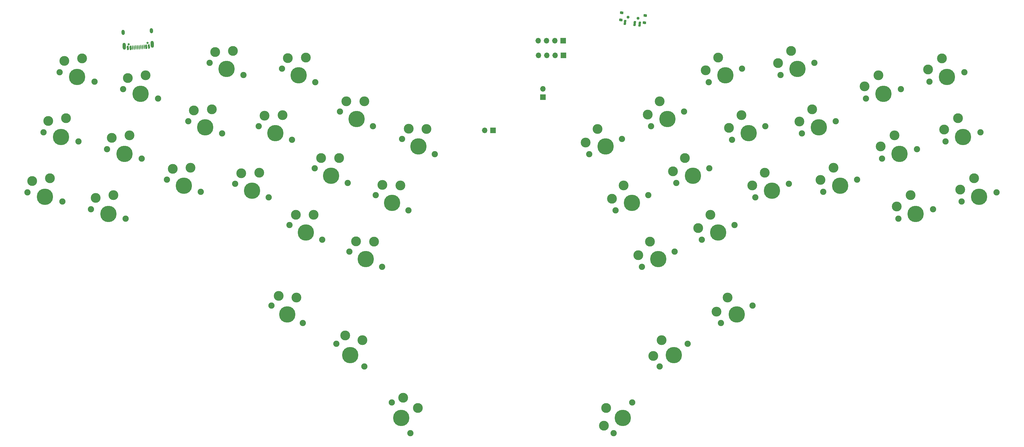
<source format=gbr>
%TF.GenerationSoftware,KiCad,Pcbnew,7.0.10*%
%TF.CreationDate,2024-03-12T01:25:21-07:00*%
%TF.ProjectId,keyboard,6b657962-6f61-4726-942e-6b696361645f,rev?*%
%TF.SameCoordinates,Original*%
%TF.FileFunction,Soldermask,Bot*%
%TF.FilePolarity,Negative*%
%FSLAX46Y46*%
G04 Gerber Fmt 4.6, Leading zero omitted, Abs format (unit mm)*
G04 Created by KiCad (PCBNEW 7.0.10) date 2024-03-12 01:25:21*
%MOMM*%
%LPD*%
G01*
G04 APERTURE LIST*
G04 Aperture macros list*
%AMRoundRect*
0 Rectangle with rounded corners*
0 $1 Rounding radius*
0 $2 $3 $4 $5 $6 $7 $8 $9 X,Y pos of 4 corners*
0 Add a 4 corners polygon primitive as box body*
4,1,4,$2,$3,$4,$5,$6,$7,$8,$9,$2,$3,0*
0 Add four circle primitives for the rounded corners*
1,1,$1+$1,$2,$3*
1,1,$1+$1,$4,$5*
1,1,$1+$1,$6,$7*
1,1,$1+$1,$8,$9*
0 Add four rect primitives between the rounded corners*
20,1,$1+$1,$2,$3,$4,$5,0*
20,1,$1+$1,$4,$5,$6,$7,0*
20,1,$1+$1,$6,$7,$8,$9,0*
20,1,$1+$1,$8,$9,$2,$3,0*%
%AMHorizOval*
0 Thick line with rounded ends*
0 $1 width*
0 $2 $3 position (X,Y) of the first rounded end (center of the circle)*
0 $4 $5 position (X,Y) of the second rounded end (center of the circle)*
0 Add line between two ends*
20,1,$1,$2,$3,$4,$5,0*
0 Add two circle primitives to create the rounded ends*
1,1,$1,$2,$3*
1,1,$1,$4,$5*%
%AMRotRect*
0 Rectangle, with rotation*
0 The origin of the aperture is its center*
0 $1 length*
0 $2 width*
0 $3 Rotation angle, in degrees counterclockwise*
0 Add horizontal line*
21,1,$1,$2,0,0,$3*%
G04 Aperture macros list end*
%ADD10R,1.700000X1.700000*%
%ADD11O,1.700000X1.700000*%
%ADD12C,1.900000*%
%ADD13C,5.000000*%
%ADD14C,3.000000*%
%ADD15C,0.650000*%
%ADD16RoundRect,0.150000X-0.116533X-0.508842X0.182807X-0.488960X0.116533X0.508842X-0.182807X0.488960X0*%
%ADD17RoundRect,0.075000X-0.036728X-0.578706X0.112943X-0.568765X0.036728X0.578706X-0.112943X0.568765X0*%
%ADD18HorizOval,1.000000X-0.019882X0.299340X0.019882X-0.299340X0*%
%ADD19HorizOval,1.000000X-0.036451X0.548791X0.036451X-0.548791X0*%
%ADD20RotRect,1.000000X0.800000X353.500000*%
%ADD21C,0.900000*%
%ADD22RotRect,0.700000X1.500000X353.500000*%
G04 APERTURE END LIST*
D10*
%TO.C,J2*%
X236800000Y-120000000D03*
D11*
X234260000Y-120000000D03*
X231720000Y-120000000D03*
X229180000Y-120000000D03*
%TD*%
D12*
%TO.C,S17*%
X189479131Y-167461621D03*
D13*
X184494438Y-165137221D03*
D14*
X186987886Y-159790005D03*
X181526587Y-159670791D03*
D12*
X179509745Y-162812821D03*
%TD*%
D10*
%TO.C,J6*%
X230500000Y-132775000D03*
D11*
X230500000Y-130235000D03*
%TD*%
D12*
%TO.C,S4*%
X103151365Y-169939969D03*
D13*
X97838773Y-168516464D03*
D14*
X99365805Y-162817502D03*
X93966774Y-163648443D03*
D12*
X92526181Y-167092959D03*
%TD*%
%TO.C,S25*%
X349672189Y-167092959D03*
D13*
X344359597Y-168516464D03*
D14*
X342832565Y-162817502D03*
X338572337Y-166236634D03*
D12*
X339047005Y-169939969D03*
%TD*%
%TO.C,S31*%
X305598936Y-159331945D03*
D13*
X300499425Y-161392281D03*
D14*
X298289246Y-155921896D03*
X294477461Y-159834734D03*
D12*
X295399914Y-163452617D03*
%TD*%
D10*
%TO.C,J4*%
X215275000Y-143000000D03*
D11*
X212735000Y-143000000D03*
%TD*%
D12*
%TO.C,S30*%
X313466451Y-122315690D03*
D13*
X308298142Y-124196801D03*
D14*
X306280223Y-118652615D03*
X302334204Y-122430039D03*
D12*
X303129833Y-126077912D03*
%TD*%
%TO.C,S32*%
X298481411Y-141715452D03*
D13*
X293381900Y-143775788D03*
D14*
X291171721Y-138305403D03*
X287359936Y-142218241D03*
D12*
X288282389Y-145836124D03*
%TD*%
%TO.C,S7*%
X126071772Y-161786231D03*
D13*
X120903463Y-159905120D03*
D14*
X122921382Y-154360934D03*
X117470474Y-154718157D03*
D12*
X115735154Y-158024009D03*
%TD*%
%TO.C,S22*%
X369039002Y-161903637D03*
D13*
X363726410Y-163327142D03*
D14*
X362199378Y-157628180D03*
X357939150Y-161047312D03*
D12*
X358413818Y-164750647D03*
%TD*%
%TO.C,S39*%
X254658878Y-145592973D03*
D13*
X249674185Y-147917373D03*
D14*
X247180737Y-142570157D03*
X243578958Y-146677125D03*
D12*
X244689492Y-150241773D03*
%TD*%
%TO.C,S8*%
X132570155Y-143932072D03*
D13*
X127401846Y-142050961D03*
D14*
X129419765Y-136506775D03*
X123968857Y-136863998D03*
D12*
X122233537Y-140169850D03*
%TD*%
%TO.C,S37*%
X270718372Y-180032669D03*
D13*
X265733679Y-182357069D03*
D14*
X263240231Y-177009853D03*
X259638452Y-181116821D03*
D12*
X260748986Y-184681469D03*
%TD*%
%TO.C,S18*%
X197508878Y-150241773D03*
D13*
X192524185Y-147917373D03*
D14*
X195017633Y-142570157D03*
X189556334Y-142450943D03*
D12*
X187539492Y-145592973D03*
%TD*%
%TO.C,S42*%
X257764100Y-226193218D03*
D13*
X254931391Y-230907638D03*
D14*
X249874104Y-227868913D03*
X249184682Y-233287834D03*
D12*
X252098682Y-235622058D03*
%TD*%
%TO.C,S3*%
X93619676Y-128045466D03*
D13*
X88307084Y-126621961D03*
D14*
X89834116Y-120922999D03*
X84435085Y-121753940D03*
D12*
X82994492Y-125198456D03*
%TD*%
%TO.C,S20*%
X176005394Y-215186721D03*
D13*
X171731091Y-211725459D03*
D14*
X175444081Y-207140298D03*
X170173847Y-205703417D03*
D12*
X167456788Y-208264197D03*
%TD*%
%TO.C,S35*%
X281346769Y-154607583D03*
D13*
X276322269Y-156844635D03*
D14*
X273922523Y-151454717D03*
X270249616Y-155498200D03*
D12*
X271297769Y-159081687D03*
%TD*%
%TO.C,S15*%
X178628597Y-141724323D03*
D13*
X173604097Y-139487271D03*
D14*
X176003843Y-134097353D03*
X170541295Y-134073470D03*
D12*
X168579597Y-137250219D03*
%TD*%
%TO.C,S19*%
X157258778Y-201916453D03*
D13*
X152448370Y-199250000D03*
D14*
X155308747Y-194089744D03*
X149869067Y-193589859D03*
D12*
X147637962Y-196583547D03*
%TD*%
%TO.C,S21*%
X190099688Y-235622058D03*
D13*
X187266979Y-230907638D03*
D14*
X192324266Y-227868913D03*
X187863308Y-224716161D03*
D12*
X184434270Y-226193218D03*
%TD*%
%TO.C,S23*%
X364121440Y-143551046D03*
D13*
X358808848Y-144974551D03*
D14*
X357281816Y-139275589D03*
X353021588Y-142694721D03*
D12*
X353496256Y-146398056D03*
%TD*%
%TO.C,S41*%
X274741582Y-208264197D03*
D13*
X270467279Y-211725459D03*
D14*
X266754289Y-207140298D03*
X264253064Y-211996621D03*
D12*
X266192976Y-215186721D03*
%TD*%
%TO.C,S16*%
X181449384Y-184681469D03*
D13*
X176464691Y-182357069D03*
D14*
X178958139Y-177009853D03*
X173496840Y-176890639D03*
D12*
X171479998Y-180032669D03*
%TD*%
%TO.C,S14*%
X170900601Y-159081687D03*
D13*
X165876101Y-156844635D03*
D14*
X168275847Y-151454717D03*
X162813299Y-151430834D03*
D12*
X160851601Y-154607583D03*
%TD*%
%TO.C,S33*%
X291363886Y-124098958D03*
D13*
X286264375Y-126159294D03*
D14*
X284054196Y-120688909D03*
X280242411Y-124601747D03*
D12*
X281164864Y-128219630D03*
%TD*%
%TO.C,S11*%
X153915981Y-145836124D03*
D13*
X148816470Y-143775788D03*
D14*
X151026649Y-138305403D03*
X145566595Y-138472175D03*
D12*
X143716959Y-141715452D03*
%TD*%
%TO.C,S5*%
X108068927Y-151587378D03*
D13*
X102756335Y-150163873D03*
D14*
X104283367Y-144464911D03*
X98884336Y-145295852D03*
D12*
X97443743Y-148740368D03*
%TD*%
%TO.C,S28*%
X326463216Y-158024009D03*
D13*
X321294907Y-159905120D03*
D14*
X319276988Y-154360934D03*
X315330969Y-158138358D03*
D12*
X316126598Y-161786231D03*
%TD*%
D10*
%TO.C,J3*%
X236750000Y-115500000D03*
D11*
X234210000Y-115500000D03*
X231670000Y-115500000D03*
X229130000Y-115500000D03*
%TD*%
D12*
%TO.C,S2*%
X88702114Y-146398056D03*
D13*
X83389522Y-144974551D03*
D14*
X84916554Y-139275589D03*
X79517523Y-140106530D03*
D12*
X78076930Y-143551046D03*
%TD*%
%TO.C,S26*%
X344754627Y-148740368D03*
D13*
X339442035Y-150163873D03*
D14*
X337915003Y-144464911D03*
X333654775Y-147884043D03*
D12*
X334129443Y-151587378D03*
%TD*%
%TO.C,S10*%
X146798456Y-163452617D03*
D13*
X141698945Y-161392281D03*
D14*
X143909124Y-155921896D03*
X138449070Y-156088668D03*
D12*
X136599434Y-159331945D03*
%TD*%
%TO.C,S29*%
X319964834Y-140169850D03*
D13*
X314796525Y-142050961D03*
D14*
X312778606Y-136506775D03*
X308832587Y-140284199D03*
D12*
X309628216Y-143932072D03*
%TD*%
%TO.C,S6*%
X112986489Y-133234787D03*
D13*
X107673897Y-131811282D03*
D14*
X109200929Y-126112320D03*
X103801898Y-126943261D03*
D12*
X102361305Y-130387777D03*
%TD*%
%TO.C,S34*%
X289074766Y-171964947D03*
D13*
X284050266Y-174201999D03*
D14*
X281650520Y-168812081D03*
X277977613Y-172855564D03*
D12*
X279025766Y-176439051D03*
%TD*%
%TO.C,S27*%
X339837066Y-130387777D03*
D13*
X334524474Y-131811282D03*
D14*
X332997442Y-126112320D03*
X328737214Y-129531452D03*
D12*
X329211882Y-133234787D03*
%TD*%
%TO.C,S24*%
X359203878Y-125198456D03*
D13*
X353891286Y-126621961D03*
D14*
X352364254Y-120922999D03*
X348104026Y-124342131D03*
D12*
X348578694Y-128045466D03*
%TD*%
%TO.C,S9*%
X139068537Y-126077912D03*
D13*
X133900228Y-124196801D03*
D14*
X135918147Y-118652615D03*
X130467239Y-119009838D03*
D12*
X128731919Y-122315690D03*
%TD*%
%TO.C,S36*%
X273618773Y-137250219D03*
D13*
X268594273Y-139487271D03*
D14*
X266194527Y-134097353D03*
X262521620Y-138140836D03*
D12*
X263569773Y-141724323D03*
%TD*%
%TO.C,S40*%
X294560408Y-196583547D03*
D13*
X289750000Y-199250000D03*
D14*
X286889623Y-194089744D03*
X283583106Y-198437955D03*
D12*
X284939592Y-201916453D03*
%TD*%
%TO.C,S1*%
X83784552Y-164750647D03*
D13*
X78471960Y-163327142D03*
D14*
X79998992Y-157628180D03*
X74599961Y-158459121D03*
D12*
X73159368Y-161903637D03*
%TD*%
%TO.C,S38*%
X262688625Y-162812821D03*
D13*
X257703932Y-165137221D03*
D14*
X255210484Y-159790005D03*
X251608705Y-163896973D03*
D12*
X252719239Y-167461621D03*
%TD*%
%TO.C,S13*%
X163172605Y-176439051D03*
D13*
X158148105Y-174201999D03*
D14*
X160547851Y-168812081D03*
X155085303Y-168788198D03*
D12*
X153123605Y-171964947D03*
%TD*%
%TO.C,S12*%
X161033507Y-128219630D03*
D13*
X155933996Y-126159294D03*
D14*
X158144175Y-120688909D03*
X152684121Y-120855681D03*
D12*
X150834485Y-124098958D03*
%TD*%
D15*
%TO.C,J1*%
X104055161Y-116601034D03*
X109822454Y-116217971D03*
D16*
X103821395Y-117759073D03*
X104619636Y-117706054D03*
D17*
X105767108Y-117629839D03*
X106764909Y-117563565D03*
X107263810Y-117530428D03*
X108261612Y-117464154D03*
D16*
X109409083Y-117387939D03*
X110207324Y-117334920D03*
X110207324Y-117334920D03*
X109409083Y-117387939D03*
D17*
X108760512Y-117431017D03*
X107762711Y-117497291D03*
X106266009Y-117596702D03*
X105268207Y-117662976D03*
D16*
X104619636Y-117706054D03*
X103821395Y-117759073D03*
D18*
X102384417Y-113023897D03*
D19*
X102661442Y-117194707D03*
D18*
X111005422Y-112451290D03*
D19*
X111282447Y-116622100D03*
%TD*%
D20*
%TO.C,SW1*%
X254551507Y-106976231D03*
X254301328Y-109172024D03*
D21*
X256563163Y-108312546D03*
X259543879Y-108652156D03*
D20*
X261804582Y-107802614D03*
X261554403Y-109998408D03*
D22*
X255618747Y-109976331D03*
X258599462Y-110315940D03*
X260089820Y-110485745D03*
%TD*%
M02*

</source>
